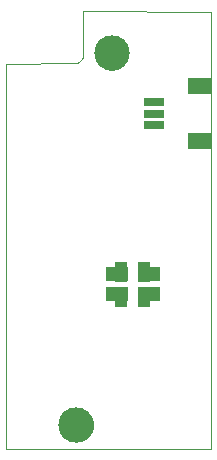
<source format=gts>
G75*
%MOIN*%
%OFA0B0*%
%FSLAX25Y25*%
%IPPOS*%
%LPD*%
%AMOC8*
5,1,8,0,0,1.08239X$1,22.5*
%
%ADD10C,0.00300*%
%ADD11C,0.00000*%
%ADD12C,0.11824*%
%ADD13R,0.06902X0.03162*%
%ADD14R,0.07887X0.05524*%
%ADD15R,0.07493X0.04934*%
%ADD16R,0.04300X0.06800*%
D10*
X0003787Y0012449D02*
X0003787Y0140795D01*
X0026546Y0140852D01*
X0026546Y0140851D02*
X0026656Y0140853D01*
X0026766Y0140859D01*
X0026875Y0140868D01*
X0026984Y0140882D01*
X0027093Y0140899D01*
X0027201Y0140920D01*
X0027308Y0140945D01*
X0027414Y0140973D01*
X0027519Y0141005D01*
X0027623Y0141041D01*
X0027726Y0141080D01*
X0027827Y0141123D01*
X0027927Y0141170D01*
X0028025Y0141220D01*
X0028121Y0141273D01*
X0028215Y0141330D01*
X0028307Y0141390D01*
X0028398Y0141453D01*
X0028485Y0141519D01*
X0028571Y0141588D01*
X0028654Y0141660D01*
X0028734Y0141735D01*
X0028812Y0141813D01*
X0028887Y0141893D01*
X0028959Y0141976D01*
X0029028Y0142062D01*
X0029094Y0142149D01*
X0029157Y0142240D01*
X0029217Y0142332D01*
X0029274Y0142426D01*
X0029327Y0142522D01*
X0029377Y0142620D01*
X0029424Y0142720D01*
X0029467Y0142821D01*
X0029506Y0142924D01*
X0029542Y0143028D01*
X0029574Y0143133D01*
X0029602Y0143239D01*
X0029627Y0143346D01*
X0029648Y0143454D01*
X0029665Y0143563D01*
X0029679Y0143672D01*
X0029688Y0143781D01*
X0029694Y0143891D01*
X0029696Y0144001D01*
X0029695Y0144001D02*
X0029695Y0158174D01*
X0072291Y0158118D01*
X0072291Y0012449D01*
X0003787Y0012449D01*
D11*
X0021897Y0020323D02*
X0021899Y0020471D01*
X0021905Y0020619D01*
X0021915Y0020767D01*
X0021929Y0020914D01*
X0021947Y0021061D01*
X0021968Y0021207D01*
X0021994Y0021353D01*
X0022024Y0021498D01*
X0022057Y0021642D01*
X0022095Y0021785D01*
X0022136Y0021927D01*
X0022181Y0022068D01*
X0022229Y0022208D01*
X0022282Y0022347D01*
X0022338Y0022484D01*
X0022398Y0022619D01*
X0022461Y0022753D01*
X0022528Y0022885D01*
X0022599Y0023015D01*
X0022673Y0023143D01*
X0022750Y0023269D01*
X0022831Y0023393D01*
X0022915Y0023515D01*
X0023002Y0023634D01*
X0023093Y0023751D01*
X0023187Y0023866D01*
X0023283Y0023978D01*
X0023383Y0024088D01*
X0023485Y0024194D01*
X0023591Y0024298D01*
X0023699Y0024399D01*
X0023810Y0024497D01*
X0023923Y0024593D01*
X0024039Y0024685D01*
X0024157Y0024774D01*
X0024278Y0024859D01*
X0024401Y0024942D01*
X0024526Y0025021D01*
X0024653Y0025097D01*
X0024782Y0025169D01*
X0024913Y0025238D01*
X0025046Y0025303D01*
X0025181Y0025364D01*
X0025317Y0025422D01*
X0025454Y0025477D01*
X0025593Y0025527D01*
X0025734Y0025574D01*
X0025875Y0025617D01*
X0026018Y0025657D01*
X0026162Y0025692D01*
X0026306Y0025724D01*
X0026452Y0025751D01*
X0026598Y0025775D01*
X0026745Y0025795D01*
X0026892Y0025811D01*
X0027039Y0025823D01*
X0027187Y0025831D01*
X0027335Y0025835D01*
X0027483Y0025835D01*
X0027631Y0025831D01*
X0027779Y0025823D01*
X0027926Y0025811D01*
X0028073Y0025795D01*
X0028220Y0025775D01*
X0028366Y0025751D01*
X0028512Y0025724D01*
X0028656Y0025692D01*
X0028800Y0025657D01*
X0028943Y0025617D01*
X0029084Y0025574D01*
X0029225Y0025527D01*
X0029364Y0025477D01*
X0029501Y0025422D01*
X0029637Y0025364D01*
X0029772Y0025303D01*
X0029905Y0025238D01*
X0030036Y0025169D01*
X0030165Y0025097D01*
X0030292Y0025021D01*
X0030417Y0024942D01*
X0030540Y0024859D01*
X0030661Y0024774D01*
X0030779Y0024685D01*
X0030895Y0024593D01*
X0031008Y0024497D01*
X0031119Y0024399D01*
X0031227Y0024298D01*
X0031333Y0024194D01*
X0031435Y0024088D01*
X0031535Y0023978D01*
X0031631Y0023866D01*
X0031725Y0023751D01*
X0031816Y0023634D01*
X0031903Y0023515D01*
X0031987Y0023393D01*
X0032068Y0023269D01*
X0032145Y0023143D01*
X0032219Y0023015D01*
X0032290Y0022885D01*
X0032357Y0022753D01*
X0032420Y0022619D01*
X0032480Y0022484D01*
X0032536Y0022347D01*
X0032589Y0022208D01*
X0032637Y0022068D01*
X0032682Y0021927D01*
X0032723Y0021785D01*
X0032761Y0021642D01*
X0032794Y0021498D01*
X0032824Y0021353D01*
X0032850Y0021207D01*
X0032871Y0021061D01*
X0032889Y0020914D01*
X0032903Y0020767D01*
X0032913Y0020619D01*
X0032919Y0020471D01*
X0032921Y0020323D01*
X0032919Y0020175D01*
X0032913Y0020027D01*
X0032903Y0019879D01*
X0032889Y0019732D01*
X0032871Y0019585D01*
X0032850Y0019439D01*
X0032824Y0019293D01*
X0032794Y0019148D01*
X0032761Y0019004D01*
X0032723Y0018861D01*
X0032682Y0018719D01*
X0032637Y0018578D01*
X0032589Y0018438D01*
X0032536Y0018299D01*
X0032480Y0018162D01*
X0032420Y0018027D01*
X0032357Y0017893D01*
X0032290Y0017761D01*
X0032219Y0017631D01*
X0032145Y0017503D01*
X0032068Y0017377D01*
X0031987Y0017253D01*
X0031903Y0017131D01*
X0031816Y0017012D01*
X0031725Y0016895D01*
X0031631Y0016780D01*
X0031535Y0016668D01*
X0031435Y0016558D01*
X0031333Y0016452D01*
X0031227Y0016348D01*
X0031119Y0016247D01*
X0031008Y0016149D01*
X0030895Y0016053D01*
X0030779Y0015961D01*
X0030661Y0015872D01*
X0030540Y0015787D01*
X0030417Y0015704D01*
X0030292Y0015625D01*
X0030165Y0015549D01*
X0030036Y0015477D01*
X0029905Y0015408D01*
X0029772Y0015343D01*
X0029637Y0015282D01*
X0029501Y0015224D01*
X0029364Y0015169D01*
X0029225Y0015119D01*
X0029084Y0015072D01*
X0028943Y0015029D01*
X0028800Y0014989D01*
X0028656Y0014954D01*
X0028512Y0014922D01*
X0028366Y0014895D01*
X0028220Y0014871D01*
X0028073Y0014851D01*
X0027926Y0014835D01*
X0027779Y0014823D01*
X0027631Y0014815D01*
X0027483Y0014811D01*
X0027335Y0014811D01*
X0027187Y0014815D01*
X0027039Y0014823D01*
X0026892Y0014835D01*
X0026745Y0014851D01*
X0026598Y0014871D01*
X0026452Y0014895D01*
X0026306Y0014922D01*
X0026162Y0014954D01*
X0026018Y0014989D01*
X0025875Y0015029D01*
X0025734Y0015072D01*
X0025593Y0015119D01*
X0025454Y0015169D01*
X0025317Y0015224D01*
X0025181Y0015282D01*
X0025046Y0015343D01*
X0024913Y0015408D01*
X0024782Y0015477D01*
X0024653Y0015549D01*
X0024526Y0015625D01*
X0024401Y0015704D01*
X0024278Y0015787D01*
X0024157Y0015872D01*
X0024039Y0015961D01*
X0023923Y0016053D01*
X0023810Y0016149D01*
X0023699Y0016247D01*
X0023591Y0016348D01*
X0023485Y0016452D01*
X0023383Y0016558D01*
X0023283Y0016668D01*
X0023187Y0016780D01*
X0023093Y0016895D01*
X0023002Y0017012D01*
X0022915Y0017131D01*
X0022831Y0017253D01*
X0022750Y0017377D01*
X0022673Y0017503D01*
X0022599Y0017631D01*
X0022528Y0017761D01*
X0022461Y0017893D01*
X0022398Y0018027D01*
X0022338Y0018162D01*
X0022282Y0018299D01*
X0022229Y0018438D01*
X0022181Y0018578D01*
X0022136Y0018719D01*
X0022095Y0018861D01*
X0022057Y0019004D01*
X0022024Y0019148D01*
X0021994Y0019293D01*
X0021968Y0019439D01*
X0021947Y0019585D01*
X0021929Y0019732D01*
X0021915Y0019879D01*
X0021905Y0020027D01*
X0021899Y0020175D01*
X0021897Y0020323D01*
X0033643Y0144257D02*
X0033645Y0144405D01*
X0033651Y0144553D01*
X0033661Y0144701D01*
X0033675Y0144848D01*
X0033693Y0144995D01*
X0033714Y0145141D01*
X0033740Y0145287D01*
X0033770Y0145432D01*
X0033803Y0145576D01*
X0033841Y0145719D01*
X0033882Y0145861D01*
X0033927Y0146002D01*
X0033975Y0146142D01*
X0034028Y0146281D01*
X0034084Y0146418D01*
X0034144Y0146553D01*
X0034207Y0146687D01*
X0034274Y0146819D01*
X0034345Y0146949D01*
X0034419Y0147077D01*
X0034496Y0147203D01*
X0034577Y0147327D01*
X0034661Y0147449D01*
X0034748Y0147568D01*
X0034839Y0147685D01*
X0034933Y0147800D01*
X0035029Y0147912D01*
X0035129Y0148022D01*
X0035231Y0148128D01*
X0035337Y0148232D01*
X0035445Y0148333D01*
X0035556Y0148431D01*
X0035669Y0148527D01*
X0035785Y0148619D01*
X0035903Y0148708D01*
X0036024Y0148793D01*
X0036147Y0148876D01*
X0036272Y0148955D01*
X0036399Y0149031D01*
X0036528Y0149103D01*
X0036659Y0149172D01*
X0036792Y0149237D01*
X0036927Y0149298D01*
X0037063Y0149356D01*
X0037200Y0149411D01*
X0037339Y0149461D01*
X0037480Y0149508D01*
X0037621Y0149551D01*
X0037764Y0149591D01*
X0037908Y0149626D01*
X0038052Y0149658D01*
X0038198Y0149685D01*
X0038344Y0149709D01*
X0038491Y0149729D01*
X0038638Y0149745D01*
X0038785Y0149757D01*
X0038933Y0149765D01*
X0039081Y0149769D01*
X0039229Y0149769D01*
X0039377Y0149765D01*
X0039525Y0149757D01*
X0039672Y0149745D01*
X0039819Y0149729D01*
X0039966Y0149709D01*
X0040112Y0149685D01*
X0040258Y0149658D01*
X0040402Y0149626D01*
X0040546Y0149591D01*
X0040689Y0149551D01*
X0040830Y0149508D01*
X0040971Y0149461D01*
X0041110Y0149411D01*
X0041247Y0149356D01*
X0041383Y0149298D01*
X0041518Y0149237D01*
X0041651Y0149172D01*
X0041782Y0149103D01*
X0041911Y0149031D01*
X0042038Y0148955D01*
X0042163Y0148876D01*
X0042286Y0148793D01*
X0042407Y0148708D01*
X0042525Y0148619D01*
X0042641Y0148527D01*
X0042754Y0148431D01*
X0042865Y0148333D01*
X0042973Y0148232D01*
X0043079Y0148128D01*
X0043181Y0148022D01*
X0043281Y0147912D01*
X0043377Y0147800D01*
X0043471Y0147685D01*
X0043562Y0147568D01*
X0043649Y0147449D01*
X0043733Y0147327D01*
X0043814Y0147203D01*
X0043891Y0147077D01*
X0043965Y0146949D01*
X0044036Y0146819D01*
X0044103Y0146687D01*
X0044166Y0146553D01*
X0044226Y0146418D01*
X0044282Y0146281D01*
X0044335Y0146142D01*
X0044383Y0146002D01*
X0044428Y0145861D01*
X0044469Y0145719D01*
X0044507Y0145576D01*
X0044540Y0145432D01*
X0044570Y0145287D01*
X0044596Y0145141D01*
X0044617Y0144995D01*
X0044635Y0144848D01*
X0044649Y0144701D01*
X0044659Y0144553D01*
X0044665Y0144405D01*
X0044667Y0144257D01*
X0044665Y0144109D01*
X0044659Y0143961D01*
X0044649Y0143813D01*
X0044635Y0143666D01*
X0044617Y0143519D01*
X0044596Y0143373D01*
X0044570Y0143227D01*
X0044540Y0143082D01*
X0044507Y0142938D01*
X0044469Y0142795D01*
X0044428Y0142653D01*
X0044383Y0142512D01*
X0044335Y0142372D01*
X0044282Y0142233D01*
X0044226Y0142096D01*
X0044166Y0141961D01*
X0044103Y0141827D01*
X0044036Y0141695D01*
X0043965Y0141565D01*
X0043891Y0141437D01*
X0043814Y0141311D01*
X0043733Y0141187D01*
X0043649Y0141065D01*
X0043562Y0140946D01*
X0043471Y0140829D01*
X0043377Y0140714D01*
X0043281Y0140602D01*
X0043181Y0140492D01*
X0043079Y0140386D01*
X0042973Y0140282D01*
X0042865Y0140181D01*
X0042754Y0140083D01*
X0042641Y0139987D01*
X0042525Y0139895D01*
X0042407Y0139806D01*
X0042286Y0139721D01*
X0042163Y0139638D01*
X0042038Y0139559D01*
X0041911Y0139483D01*
X0041782Y0139411D01*
X0041651Y0139342D01*
X0041518Y0139277D01*
X0041383Y0139216D01*
X0041247Y0139158D01*
X0041110Y0139103D01*
X0040971Y0139053D01*
X0040830Y0139006D01*
X0040689Y0138963D01*
X0040546Y0138923D01*
X0040402Y0138888D01*
X0040258Y0138856D01*
X0040112Y0138829D01*
X0039966Y0138805D01*
X0039819Y0138785D01*
X0039672Y0138769D01*
X0039525Y0138757D01*
X0039377Y0138749D01*
X0039229Y0138745D01*
X0039081Y0138745D01*
X0038933Y0138749D01*
X0038785Y0138757D01*
X0038638Y0138769D01*
X0038491Y0138785D01*
X0038344Y0138805D01*
X0038198Y0138829D01*
X0038052Y0138856D01*
X0037908Y0138888D01*
X0037764Y0138923D01*
X0037621Y0138963D01*
X0037480Y0139006D01*
X0037339Y0139053D01*
X0037200Y0139103D01*
X0037063Y0139158D01*
X0036927Y0139216D01*
X0036792Y0139277D01*
X0036659Y0139342D01*
X0036528Y0139411D01*
X0036399Y0139483D01*
X0036272Y0139559D01*
X0036147Y0139638D01*
X0036024Y0139721D01*
X0035903Y0139806D01*
X0035785Y0139895D01*
X0035669Y0139987D01*
X0035556Y0140083D01*
X0035445Y0140181D01*
X0035337Y0140282D01*
X0035231Y0140386D01*
X0035129Y0140492D01*
X0035029Y0140602D01*
X0034933Y0140714D01*
X0034839Y0140829D01*
X0034748Y0140946D01*
X0034661Y0141065D01*
X0034577Y0141187D01*
X0034496Y0141311D01*
X0034419Y0141437D01*
X0034345Y0141565D01*
X0034274Y0141695D01*
X0034207Y0141827D01*
X0034144Y0141961D01*
X0034084Y0142096D01*
X0034028Y0142233D01*
X0033975Y0142372D01*
X0033927Y0142512D01*
X0033882Y0142653D01*
X0033841Y0142795D01*
X0033803Y0142938D01*
X0033770Y0143082D01*
X0033740Y0143227D01*
X0033714Y0143373D01*
X0033693Y0143519D01*
X0033675Y0143666D01*
X0033661Y0143813D01*
X0033651Y0143961D01*
X0033645Y0144109D01*
X0033643Y0144257D01*
D12*
X0039155Y0144257D03*
X0027409Y0020323D03*
D13*
X0053258Y0120172D03*
X0053258Y0124109D03*
X0053258Y0128046D03*
D14*
X0068514Y0133164D03*
X0068514Y0115054D03*
D15*
X0051416Y0070491D03*
X0051416Y0063995D03*
X0040786Y0063995D03*
X0040786Y0070491D03*
D16*
X0042395Y0071421D03*
X0042395Y0063064D03*
X0049810Y0063065D03*
X0049810Y0071414D03*
M02*

</source>
